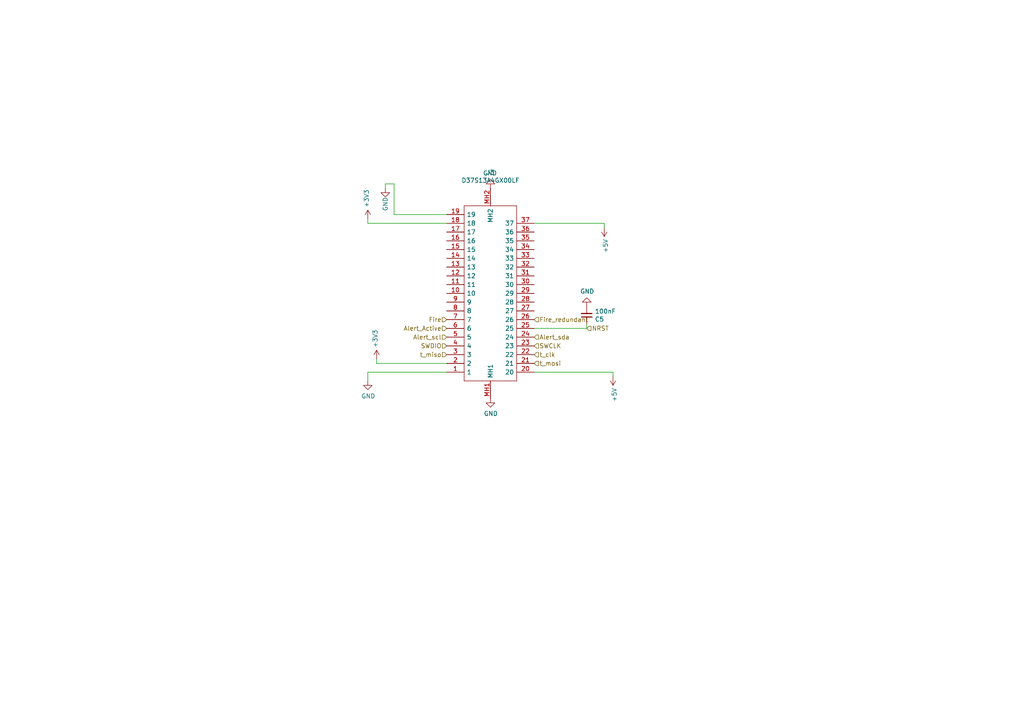
<source format=kicad_sch>
(kicad_sch (version 20211123) (generator eeschema)
  (paper "A4")
  (lib_symbols
    (symbol "Device:C_Small" (pin_numbers hide) (pin_names (offset 0.254) hide)
      (property "Reference" "C" (at 0.254 1.778 0))
      (property "Value" "C_Small" (at 0.254 -2.032 0))
      (symbol "C_Small_0_1"
        (polyline (pts (xy -1.524 -0.508) (xy 1.524 -0.508)) (stroke (width 0.3302)))
        (polyline (pts (xy -1.524 0.508) (xy 1.524 0.508)) (stroke (width 0.3048)))
      )
      (symbol "C_Small_1_1"
        (pin passive line (at 0 2.54 270) (length 2.032) (name "~") (number "1"))
        (pin passive line (at 0 -2.54 90) (length 2.032) (name "~") (number "2"))
      )
    )
    (symbol "SamacSys_Parts:D37S13A4GX00LF" (pin_names (offset 0.762))
      (property "Reference" "J" (at 57.15 12.7 0))
      (property "Value" "SamacSys_Parts_D37S13A4GX00LF" (at 57.15 10.16 0))
      (symbol "D37S13A4GX00LF_0_0"
        (pin passive line (at 7.62 12.7 270) (length 5.08) (name "1") (number "1"))
        (pin passive line (at 30.48 12.7 270) (length 5.08) (name "10") (number "10"))
        (pin passive line (at 33.02 12.7 270) (length 5.08) (name "11") (number "11"))
        (pin passive line (at 35.56 12.7 270) (length 5.08) (name "12") (number "12"))
        (pin passive line (at 38.1 12.7 270) (length 5.08) (name "13") (number "13"))
        (pin passive line (at 40.64 12.7 270) (length 5.08) (name "14") (number "14"))
        (pin passive line (at 43.18 12.7 270) (length 5.08) (name "15") (number "15"))
        (pin passive line (at 45.72 12.7 270) (length 5.08) (name "16") (number "16"))
        (pin passive line (at 48.26 12.7 270) (length 5.08) (name "17") (number "17"))
        (pin passive line (at 50.8 12.7 270) (length 5.08) (name "18") (number "18"))
        (pin passive line (at 53.34 12.7 270) (length 5.08) (name "19") (number "19"))
        (pin passive line (at 10.16 12.7 270) (length 5.08) (name "2") (number "2"))
        (pin passive line (at 7.62 -12.7 90) (length 5.08) (name "20") (number "20"))
        (pin passive line (at 10.16 -12.7 90) (length 5.08) (name "21") (number "21"))
        (pin passive line (at 12.7 -12.7 90) (length 5.08) (name "22") (number "22"))
        (pin passive line (at 15.24 -12.7 90) (length 5.08) (name "23") (number "23"))
        (pin passive line (at 17.78 -12.7 90) (length 5.08) (name "24") (number "24"))
        (pin passive line (at 20.32 -12.7 90) (length 5.08) (name "25") (number "25"))
        (pin passive line (at 22.86 -12.7 90) (length 5.08) (name "26") (number "26"))
        (pin passive line (at 25.4 -12.7 90) (length 5.08) (name "27") (number "27"))
        (pin passive line (at 27.94 -12.7 90) (length 5.08) (name "28") (number "28"))
        (pin passive line (at 30.48 -12.7 90) (length 5.08) (name "29") (number "29"))
        (pin passive line (at 12.7 12.7 270) (length 5.08) (name "3") (number "3"))
        (pin passive line (at 33.02 -12.7 90) (length 5.08) (name "30") (number "30"))
        (pin passive line (at 35.56 -12.7 90) (length 5.08) (name "31") (number "31"))
        (pin passive line (at 38.1 -12.7 90) (length 5.08) (name "32") (number "32"))
        (pin passive line (at 40.64 -12.7 90) (length 5.08) (name "33") (number "33"))
        (pin passive line (at 43.18 -12.7 90) (length 5.08) (name "34") (number "34"))
        (pin passive line (at 45.72 -12.7 90) (length 5.08) (name "35") (number "35"))
        (pin passive line (at 48.26 -12.7 90) (length 5.08) (name "36") (number "36"))
        (pin passive line (at 50.8 -12.7 90) (length 5.08) (name "37") (number "37"))
        (pin passive line (at 15.24 12.7 270) (length 5.08) (name "4") (number "4"))
        (pin passive line (at 17.78 12.7 270) (length 5.08) (name "5") (number "5"))
        (pin passive line (at 20.32 12.7 270) (length 5.08) (name "6") (number "6"))
        (pin passive line (at 22.86 12.7 270) (length 5.08) (name "7") (number "7"))
        (pin passive line (at 25.4 12.7 270) (length 5.08) (name "8") (number "8"))
        (pin passive line (at 27.94 12.7 270) (length 5.08) (name "9") (number "9"))
        (pin passive line (at 0 0 0) (length 5.08) (name "MH1") (number "MH1"))
        (pin passive line (at 60.96 0 180) (length 5.08) (name "MH2") (number "MH2"))
      )
      (symbol "D37S13A4GX00LF_0_1"
        (polyline (pts (xy 5.08 7.62) (xy 55.88 7.62) (xy 55.88 -7.62) (xy 5.08 -7.62) (xy 5.08 7.62)) (stroke (width 0.1524)))
      )
    )
    (symbol "power:+3.3V" (power) (pin_names (offset 0))
      (property "Value" "+3.3V" (at 0 3.556 0))
      (symbol "+3.3V_0_1"
        (polyline (pts (xy -0.762 1.27) (xy 0 2.54)))
        (polyline (pts (xy 0 0) (xy 0 2.54)))
        (polyline (pts (xy 0 2.54) (xy 0.762 1.27)))
      )
      (symbol "+3.3V_1_1"
        (pin power_in line (at 0 0 90) (length 0) hide (name "+3V3") (number "1"))
      )
    )
    (symbol "power:+5V" (power) (pin_names (offset 0))
      (property "Value" "+5V" (at 0 3.556 0))
      (symbol "+5V_0_1"
        (polyline (pts (xy -0.762 1.27) (xy 0 2.54)))
        (polyline (pts (xy 0 0) (xy 0 2.54)))
        (polyline (pts (xy 0 2.54) (xy 0.762 1.27)))
      )
      (symbol "+5V_1_1"
        (pin power_in line (at 0 0 90) (length 0) hide (name "+5V") (number "1"))
      )
    )
    (symbol "power:GND" (power) (pin_names (offset 0))
      (property "Value" "GND" (at 0 -3.81 0))
      (symbol "GND_0_1"
        (polyline (pts (xy 0 0) (xy 0 -1.27) (xy 1.27 -1.27) (xy 0 -2.54) (xy -1.27 -1.27) (xy 0 -1.27)))
      )
      (symbol "GND_1_1"
        (pin power_in line (at 0 0 270) (length 0) hide (name "GND") (number "1"))
      )
    )
  )
  (wire (pts (xy 177.8 107.95) (xy 154.94 107.95)))
  (wire (pts (xy 177.8 107.95) (xy 177.8 109.22)))
  (wire (pts (xy 109.22 105.41) (xy 129.54 105.41)))
  (wire (pts (xy 175.26 64.77) (xy 154.94 64.77)))
  (wire (pts (xy 106.68 64.77) (xy 106.68 63.5)))
  (wire (pts (xy 114.3 62.23) (xy 114.3 53.34)))
  (wire (pts (xy 106.68 64.77) (xy 129.54 64.77)))
  (wire (pts (xy 170.18 95.25) (xy 154.94 95.25)))
  (wire (pts (xy 106.68 107.95) (xy 129.54 107.95)))
  (wire (pts (xy 170.18 93.98) (xy 170.18 95.25)))
  (wire (pts (xy 129.54 62.23) (xy 114.3 62.23)))
  (wire (pts (xy 106.68 110.49) (xy 106.68 107.95)))
  (wire (pts (xy 114.3 53.34) (xy 111.76 53.34)))
  (wire (pts (xy 109.22 105.41) (xy 109.22 104.14)))
  (wire (pts (xy 111.76 53.34) (xy 111.76 54.61)))
  (wire (pts (xy 175.26 64.77) (xy 175.26 66.04)))
  (hierarchical_label "Alert_scl" (shape input) (at 129.54 97.79 180))
  (hierarchical_label "Alert_sda" (shape input) (at 154.94 97.79 0))
  (hierarchical_label "t_clk" (shape input) (at 154.94 102.87 0))
  (hierarchical_label "Alert_Active" (shape input) (at 129.54 95.25 180))
  (hierarchical_label "NRST" (shape input) (at 170.18 95.25 0))
  (hierarchical_label "t_mosi" (shape input) (at 154.94 105.41 0))
  (hierarchical_label "SWCLK" (shape input) (at 154.94 100.33 0))
  (hierarchical_label "SWDIO" (shape input) (at 129.54 100.33 180))
  (hierarchical_label "t_miso" (shape input) (at 129.54 102.87 180))
  (hierarchical_label "Fire_redundant" (shape input) (at 154.94 92.71 0))
  (hierarchical_label "Fire" (shape input) (at 129.54 92.71 180))
  (symbol (lib_id "power:+5V") (at 177.8 109.22 0) (mirror x) (unit 1)
    (property "Reference" "#PWR0109" (effects hide))
    (property "Value" "+5V" (at 178.181 112.4712 90) (effects (justify left)))
  )
  (symbol (lib_id "power:+3.3V") (at 109.22 104.14 0) (mirror y) (unit 1)
    (property "Reference" "#PWR0103" (effects hide))
    (property "Value" "+3.3V" (at 108.839 100.8888 90) (effects (justify left)))
  )
  (symbol (lib_id "Device:C_Small") (at 170.18 91.44 0) (mirror x)
    (property "Reference" "C5" (at 172.5168 92.6084 0) (effects (justify left)))
    (property "Value" "100nF" (at 172.5168 90.297 0) (effects (justify left)))
    (property "Footprint" "Capacitor_SMD:C_0603_1608Metric" (effects hide))
  )
  (symbol (lib_id "power:GND") (at 170.18 88.9 0) (mirror x)
    (property "Reference" "#PWR023" (effects hide))
    (property "Value" "GND" (at 170.307 84.5058 0))
  )
  (symbol (lib_id "power:+5V") (at 175.26 66.04 0) (mirror x) (unit 1)
    (property "Reference" "#PWR0107" (effects hide))
    (property "Value" "+5V" (at 175.641 69.2912 90) (effects (justify left)))
  )
  (symbol (lib_id "power:+3.3V") (at 106.68 63.5 0) (mirror y) (unit 1)
    (property "Reference" "#PWR0108" (effects hide))
    (property "Value" "+3.3V" (at 106.299 60.2488 90) (effects (justify left)))
  )
  (symbol (lib_id "power:GND") (at 106.68 110.49 0) (unit 1)
    (property "Reference" "#PWR0105" (effects hide))
    (property "Value" "GND" (at 106.807 114.8842 0))
  )
  (symbol (lib_id "power:GND") (at 111.76 54.61 0) (unit 1)
    (property "Reference" "#PWR0104" (effects hide))
    (property "Value" "GND" (at 111.76 57.15 90) (effects (justify right)))
  )
  (symbol (lib_id "power:GND") (at 142.24 115.57 0) (unit 1)
    (property "Reference" "#PWR0106" (effects hide))
    (property "Value" "GND" (at 142.367 119.9642 0))
  )
  (symbol (lib_id "SamacSys_Parts:D37S13A4GX00LF") (at 142.24 115.57 90) (unit 1)
    (property "Reference" "J3" (at 142.24 50.0126 90))
    (property "Value" "D37S13A4GX00LF" (at 142.24 52.324 90))
    (property "Footprint" "SamacSys_Parts:D37S13A4GX00LF" (effects hide))
    (property "Datasheet" "https://componentsearchengine.com/Datasheets/1/D37S13A4GX00LF.pdf" (effects hide))
    (property "Description" "Amphenol FCI Delta D Series, 37 Way Right Angle Through Hole Mount PCB D-sub Connector Socket, 2.76mm Pitch" (effects hide))
    (property "Height" "13.86" (effects hide))
    (property "Mouser Part Number" "649-D37S13A4GX00LF" (effects hide))
    (property "Mouser Price/Stock" "https://www.mouser.com/Search/Refine.aspx?Keyword=649-D37S13A4GX00LF" (effects hide))
    (property "Manufacturer_Name" "Amphenol" (effects hide))
    (property "Manufacturer_Part_Number" "D37S13A4GX00LF" (effects hide))
  )
  (symbol (lib_id "power:GND") (at 142.24 54.61 180) (unit 1)
    (property "Reference" "#PWR0110" (effects hide))
    (property "Value" "GND" (at 142.113 50.2158 0))
  )
)
</source>
